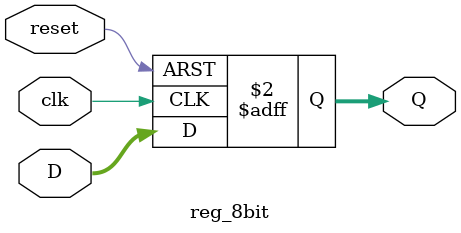
<source format=v>
`timescale 1ns / 1ps


module reg_8bit(
    input [7:0] D,
    input clk,
    input reset,
    output reg [7:0] Q
);

always @(posedge clk or posedge reset) begin
    if (reset) begin
        Q <= 8'H00;
    end else begin
        Q <= D;
    end
end

endmodule

</source>
